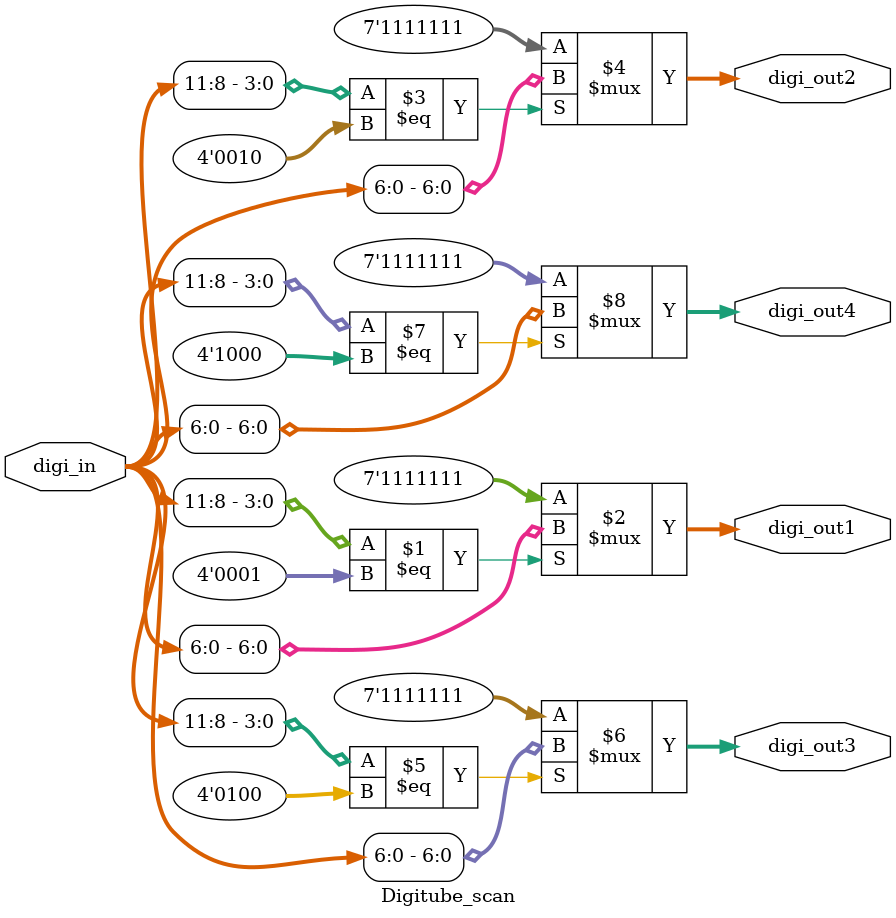
<source format=v>
`timescale 1ns/1ps


module Digitube_scan(digi_in,digi_out1,digi_out2,digi_out3,digi_out4);
input [11:0] digi_in;	//AN3,AN2,AN1,AN0,DP,CG,CF,CE,CD,CC,CB,CA
output [6:0] digi_out1;	//0: CG,CF,CE,CD,CC,CB,CA
output [6:0] digi_out2;	//1: CG,CF,CE,CD,CC,CB,CA
output [6:0] digi_out3;	//2: CG,CF,CE,CD,CC,CB,CA
output [6:0] digi_out4;	//3: CG,CF,CE,CD,CC,CB,CA

assign digi_out1 = (digi_in[11:8] == 4'b0001) ? digi_in[6:0] : 7'b111_1111;
assign digi_out2 = (digi_in[11:8] == 4'b0010) ? digi_in[6:0] : 7'b111_1111;
assign digi_out3 = (digi_in[11:8] == 4'b0100) ? digi_in[6:0] : 7'b111_1111;
assign digi_out4 = (digi_in[11:8] == 4'b1000) ? digi_in[6:0] : 7'b111_1111;

endmodule


</source>
